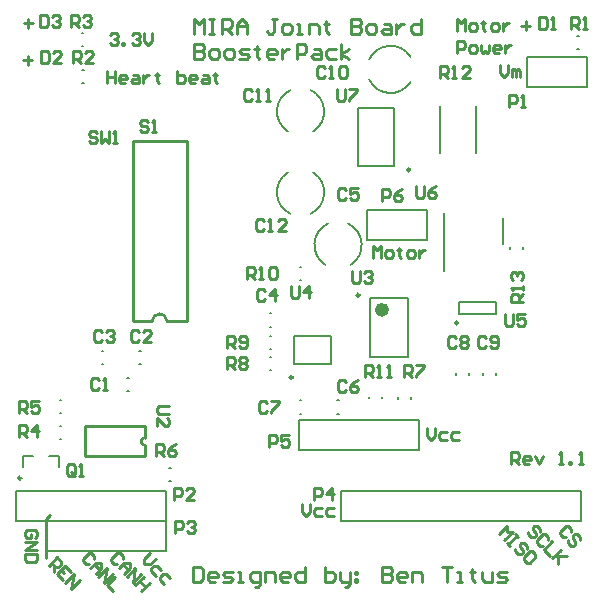
<source format=gto>
G04*
G04 #@! TF.GenerationSoftware,Altium Limited,Altium Designer,18.0.12 (696)*
G04*
G04 Layer_Color=65535*
%FSLAX25Y25*%
%MOIN*%
G70*
G01*
G75*
%ADD10C,0.00984*%
%ADD11C,0.01000*%
%ADD12C,0.00787*%
%ADD13C,0.02362*%
D10*
X251004Y200480D02*
G03*
X251004Y200480I-492J0D01*
G01*
X235016Y251555D02*
G03*
X235016Y251555I-492J0D01*
G01*
X105405Y148776D02*
G03*
X105405Y148776I-492J0D01*
G01*
X218158Y209748D02*
G03*
X218158Y209748I-492J0D01*
G01*
X195905Y182346D02*
G03*
X195905Y182346I-492J0D01*
G01*
D11*
X154000Y201000D02*
G03*
X149000Y201000I-2500J0D01*
G01*
X146637Y162250D02*
G03*
X146637Y159750I0J-1250D01*
G01*
X113500Y135049D02*
X114976Y136524D01*
X113500Y122000D02*
Y135049D01*
X154000Y201000D02*
X160500D01*
X142500D02*
X149000D01*
X142500D02*
Y261000D01*
X160500D01*
Y201000D02*
Y261000D01*
X106000Y288000D02*
X109000D01*
X107500Y286500D02*
Y289500D01*
X273500Y298000D02*
Y301000D01*
X272000Y299500D02*
X275000D01*
X107750Y298900D02*
Y301900D01*
X106250Y300400D02*
X109250D01*
X126637Y166000D02*
X146637D01*
X126637Y156000D02*
Y166000D01*
Y156000D02*
X146637D01*
Y159750D01*
Y162250D02*
Y166000D01*
X162500Y119165D02*
Y114166D01*
X164999D01*
X165832Y114999D01*
Y118331D01*
X164999Y119165D01*
X162500D01*
X169998Y114166D02*
X168331D01*
X167498Y114999D01*
Y116665D01*
X168331Y117498D01*
X169998D01*
X170831Y116665D01*
Y115832D01*
X167498D01*
X172497Y114166D02*
X174996D01*
X175829Y114999D01*
X174996Y115832D01*
X173330D01*
X172497Y116665D01*
X173330Y117498D01*
X175829D01*
X177495Y114166D02*
X179161D01*
X178328D01*
Y117498D01*
X177495D01*
X183327Y112500D02*
X184160D01*
X184993Y113333D01*
Y117498D01*
X182493D01*
X181660Y116665D01*
Y114999D01*
X182493Y114166D01*
X184993D01*
X186659D02*
Y117498D01*
X189158D01*
X189991Y116665D01*
Y114166D01*
X194156D02*
X192490D01*
X191657Y114999D01*
Y116665D01*
X192490Y117498D01*
X194156D01*
X194990Y116665D01*
Y115832D01*
X191657D01*
X199988Y119165D02*
Y114166D01*
X197489D01*
X196656Y114999D01*
Y116665D01*
X197489Y117498D01*
X199988D01*
X206652Y119165D02*
Y114166D01*
X209152D01*
X209985Y114999D01*
Y115832D01*
Y116665D01*
X209152Y117498D01*
X206652D01*
X211651D02*
Y114999D01*
X212484Y114166D01*
X214983D01*
Y113333D01*
X214150Y112500D01*
X213317D01*
X214983Y114166D02*
Y117498D01*
X216649D02*
X217482D01*
Y116665D01*
X216649D01*
Y117498D01*
Y114999D02*
X217482D01*
Y114166D01*
X216649D01*
Y114999D01*
X225813Y119165D02*
Y114166D01*
X228312D01*
X229145Y114999D01*
Y115832D01*
X228312Y116665D01*
X225813D01*
X228312D01*
X229145Y117498D01*
Y118331D01*
X228312Y119165D01*
X225813D01*
X233310Y114166D02*
X231644D01*
X230811Y114999D01*
Y116665D01*
X231644Y117498D01*
X233310D01*
X234143Y116665D01*
Y115832D01*
X230811D01*
X235810Y114166D02*
Y117498D01*
X238309D01*
X239142Y116665D01*
Y114166D01*
X245806Y119165D02*
X249139D01*
X247473D01*
Y114166D01*
X250805D02*
X252471D01*
X251638D01*
Y117498D01*
X250805D01*
X255803Y118331D02*
Y117498D01*
X254970D01*
X256636D01*
X255803D01*
Y114999D01*
X256636Y114166D01*
X259135Y117498D02*
Y114999D01*
X259968Y114166D01*
X262468D01*
Y117498D01*
X264134Y114166D02*
X266633D01*
X267466Y114999D01*
X266633Y115832D01*
X264967D01*
X264134Y116665D01*
X264967Y117498D01*
X267466D01*
X250500Y297698D02*
Y301697D01*
X251833Y300364D01*
X253166Y301697D01*
Y297698D01*
X255165D02*
X256498D01*
X257165Y298365D01*
Y299698D01*
X256498Y300364D01*
X255165D01*
X254499Y299698D01*
Y298365D01*
X255165Y297698D01*
X259164Y301031D02*
Y300364D01*
X258497D01*
X259830D01*
X259164D01*
Y298365D01*
X259830Y297698D01*
X262496D02*
X263829D01*
X264495Y298365D01*
Y299698D01*
X263829Y300364D01*
X262496D01*
X261830Y299698D01*
Y298365D01*
X262496Y297698D01*
X265828Y300364D02*
Y297698D01*
Y299031D01*
X266495Y299698D01*
X267161Y300364D01*
X267828D01*
X250500Y290500D02*
Y294499D01*
X252499D01*
X253166Y293832D01*
Y292499D01*
X252499Y291833D01*
X250500D01*
X255165Y290500D02*
X256498D01*
X257165Y291166D01*
Y292499D01*
X256498Y293166D01*
X255165D01*
X254499Y292499D01*
Y291166D01*
X255165Y290500D01*
X258497Y293166D02*
Y291166D01*
X259164Y290500D01*
X259830Y291166D01*
X260497Y290500D01*
X261163Y291166D01*
Y293166D01*
X264495Y290500D02*
X263163D01*
X262496Y291166D01*
Y292499D01*
X263163Y293166D01*
X264495D01*
X265162Y292499D01*
Y291833D01*
X262496D01*
X266495Y293166D02*
Y290500D01*
Y291833D01*
X267161Y292499D01*
X267828Y293166D01*
X268494D01*
X163000Y296898D02*
Y301896D01*
X164666Y300230D01*
X166332Y301896D01*
Y296898D01*
X167998Y301896D02*
X169665D01*
X168831D01*
Y296898D01*
X167998D01*
X169665D01*
X172164D02*
Y301896D01*
X174663D01*
X175496Y301063D01*
Y299397D01*
X174663Y298564D01*
X172164D01*
X173830D02*
X175496Y296898D01*
X177162D02*
Y300230D01*
X178828Y301896D01*
X180494Y300230D01*
Y296898D01*
Y299397D01*
X177162D01*
X190491Y301896D02*
X188825D01*
X189658D01*
Y297731D01*
X188825Y296898D01*
X187992D01*
X187159Y297731D01*
X192990Y296898D02*
X194656D01*
X195490Y297731D01*
Y299397D01*
X194656Y300230D01*
X192990D01*
X192157Y299397D01*
Y297731D01*
X192990Y296898D01*
X197156D02*
X198822D01*
X197989D01*
Y300230D01*
X197156D01*
X201321Y296898D02*
Y300230D01*
X203820D01*
X204653Y299397D01*
Y296898D01*
X207152Y301063D02*
Y300230D01*
X206319D01*
X207985D01*
X207152D01*
Y297731D01*
X207985Y296898D01*
X215483Y301896D02*
Y296898D01*
X217982D01*
X218815Y297731D01*
Y298564D01*
X217982Y299397D01*
X215483D01*
X217982D01*
X218815Y300230D01*
Y301063D01*
X217982Y301896D01*
X215483D01*
X221314Y296898D02*
X222981D01*
X223814Y297731D01*
Y299397D01*
X222981Y300230D01*
X221314D01*
X220481Y299397D01*
Y297731D01*
X221314Y296898D01*
X226313Y300230D02*
X227979D01*
X228812Y299397D01*
Y296898D01*
X226313D01*
X225480Y297731D01*
X226313Y298564D01*
X228812D01*
X230478Y300230D02*
Y296898D01*
Y298564D01*
X231311Y299397D01*
X232144Y300230D01*
X232977D01*
X238809Y301896D02*
Y296898D01*
X236310D01*
X235476Y297731D01*
Y299397D01*
X236310Y300230D01*
X238809D01*
X163000Y293498D02*
Y288500D01*
X165499D01*
X166332Y289333D01*
Y290166D01*
X165499Y290999D01*
X163000D01*
X165499D01*
X166332Y291832D01*
Y292665D01*
X165499Y293498D01*
X163000D01*
X168831Y288500D02*
X170498D01*
X171331Y289333D01*
Y290999D01*
X170498Y291832D01*
X168831D01*
X167998Y290999D01*
Y289333D01*
X168831Y288500D01*
X173830D02*
X175496D01*
X176329Y289333D01*
Y290999D01*
X175496Y291832D01*
X173830D01*
X172997Y290999D01*
Y289333D01*
X173830Y288500D01*
X177995D02*
X180494D01*
X181327Y289333D01*
X180494Y290166D01*
X178828D01*
X177995Y290999D01*
X178828Y291832D01*
X181327D01*
X183827Y292665D02*
Y291832D01*
X182993D01*
X184660D01*
X183827D01*
Y289333D01*
X184660Y288500D01*
X189658D02*
X187992D01*
X187159Y289333D01*
Y290999D01*
X187992Y291832D01*
X189658D01*
X190491Y290999D01*
Y290166D01*
X187159D01*
X192157Y291832D02*
Y288500D01*
Y290166D01*
X192990Y290999D01*
X193823Y291832D01*
X194656D01*
X197156Y288500D02*
Y293498D01*
X199655D01*
X200488Y292665D01*
Y290999D01*
X199655Y290166D01*
X197156D01*
X202987Y291832D02*
X204653D01*
X205486Y290999D01*
Y288500D01*
X202987D01*
X202154Y289333D01*
X202987Y290166D01*
X205486D01*
X210485Y291832D02*
X207985D01*
X207152Y290999D01*
Y289333D01*
X207985Y288500D01*
X210485D01*
X212151D02*
Y293498D01*
Y290166D02*
X214650Y291832D01*
X212151Y290166D02*
X214650Y288500D01*
X134000Y284499D02*
Y280500D01*
Y282499D01*
X136666D01*
Y284499D01*
Y280500D01*
X139998D02*
X138665D01*
X137999Y281166D01*
Y282499D01*
X138665Y283166D01*
X139998D01*
X140665Y282499D01*
Y281833D01*
X137999D01*
X142664Y283166D02*
X143997D01*
X144663Y282499D01*
Y280500D01*
X142664D01*
X141997Y281166D01*
X142664Y281833D01*
X144663D01*
X145996Y283166D02*
Y280500D01*
Y281833D01*
X146663Y282499D01*
X147329Y283166D01*
X147995D01*
X150661Y283832D02*
Y283166D01*
X149995D01*
X151328D01*
X150661D01*
Y281166D01*
X151328Y280500D01*
X157326Y284499D02*
Y280500D01*
X159325D01*
X159992Y281166D01*
Y281833D01*
Y282499D01*
X159325Y283166D01*
X157326D01*
X163324Y280500D02*
X161991D01*
X161325Y281166D01*
Y282499D01*
X161991Y283166D01*
X163324D01*
X163990Y282499D01*
Y281833D01*
X161325D01*
X165990Y283166D02*
X167323D01*
X167989Y282499D01*
Y280500D01*
X165990D01*
X165323Y281166D01*
X165990Y281833D01*
X167989D01*
X169988Y283832D02*
Y283166D01*
X169322D01*
X170655D01*
X169988D01*
Y281166D01*
X170655Y280500D01*
X268500Y153500D02*
Y157499D01*
X270499D01*
X271166Y156832D01*
Y155499D01*
X270499Y154833D01*
X268500D01*
X269833D02*
X271166Y153500D01*
X274498D02*
X273165D01*
X272499Y154166D01*
Y155499D01*
X273165Y156166D01*
X274498D01*
X275165Y155499D01*
Y154833D01*
X272499D01*
X276497Y156166D02*
X277830Y153500D01*
X279163Y156166D01*
X284495Y153500D02*
X285828D01*
X285161D01*
Y157499D01*
X284495Y156832D01*
X287827Y153500D02*
Y154166D01*
X288494D01*
Y153500D01*
X287827D01*
X291159D02*
X292492D01*
X291826D01*
Y157499D01*
X291159Y156832D01*
X222500Y222000D02*
Y225999D01*
X223833Y224666D01*
X225166Y225999D01*
Y222000D01*
X227165D02*
X228498D01*
X229165Y222666D01*
Y223999D01*
X228498Y224666D01*
X227165D01*
X226499Y223999D01*
Y222666D01*
X227165Y222000D01*
X231164Y225332D02*
Y224666D01*
X230497D01*
X231830D01*
X231164D01*
Y222666D01*
X231830Y222000D01*
X234496D02*
X235829D01*
X236495Y222666D01*
Y223999D01*
X235829Y224666D01*
X234496D01*
X233830Y223999D01*
Y222666D01*
X234496Y222000D01*
X237828Y224666D02*
Y222000D01*
Y223333D01*
X238495Y223999D01*
X239161Y224666D01*
X239828D01*
X266500Y203499D02*
Y200167D01*
X267166Y199500D01*
X268499D01*
X269166Y200167D01*
Y203499D01*
X273165D02*
X270499D01*
Y201499D01*
X271832Y202166D01*
X272498D01*
X273165Y201499D01*
Y200167D01*
X272498Y199500D01*
X271165D01*
X270499Y200167D01*
X265000Y286499D02*
Y283833D01*
X266333Y282500D01*
X267666Y283833D01*
Y286499D01*
X268999Y282500D02*
Y285166D01*
X269665D01*
X270332Y284499D01*
Y282500D01*
Y284499D01*
X270998Y285166D01*
X271665Y284499D01*
Y282500D01*
X237000Y245999D02*
Y242666D01*
X237666Y242000D01*
X238999D01*
X239666Y242666D01*
Y245999D01*
X243665D02*
X242332Y245332D01*
X240999Y243999D01*
Y242666D01*
X241665Y242000D01*
X242998D01*
X243665Y242666D01*
Y243333D01*
X242998Y243999D01*
X240999D01*
X156500Y130500D02*
Y134499D01*
X158499D01*
X159166Y133832D01*
Y132499D01*
X158499Y131833D01*
X156500D01*
X160499Y133832D02*
X161165Y134499D01*
X162498D01*
X163164Y133832D01*
Y133166D01*
X162498Y132499D01*
X161832D01*
X162498D01*
X163164Y131833D01*
Y131167D01*
X162498Y130500D01*
X161165D01*
X160499Y131167D01*
X109832Y128834D02*
X110499Y129501D01*
Y130833D01*
X109832Y131500D01*
X107167D01*
X106500Y130833D01*
Y129501D01*
X107167Y128834D01*
X108499D01*
Y130167D01*
X106500Y127501D02*
X110499D01*
X106500Y124836D01*
X110499D01*
Y123503D02*
X106500D01*
Y121503D01*
X107167Y120837D01*
X109832D01*
X110499Y121503D01*
Y123503D01*
X114500Y119500D02*
X117327Y122327D01*
X118741Y120914D01*
Y119971D01*
X117799Y119029D01*
X116856D01*
X115443Y120442D01*
X116385Y119500D02*
Y117615D01*
X122040D02*
X120155Y119500D01*
X117327Y116673D01*
X119212Y114787D01*
X118741Y118086D02*
X119684Y117144D01*
X120155Y113845D02*
X122983Y116673D01*
X122040Y111960D01*
X124868Y114787D01*
X264500Y130000D02*
X267327Y132827D01*
Y130942D01*
X269213Y130942D01*
X266385Y128115D01*
X270155Y130000D02*
X271097Y129058D01*
X270626Y129529D01*
X267799Y126701D01*
X267327Y127173D01*
X268270Y126230D01*
X273925Y125287D02*
Y126230D01*
X272983Y127173D01*
X272040D01*
X271569Y126701D01*
Y125759D01*
X272511Y124816D01*
Y123874D01*
X272040Y123403D01*
X271097D01*
X270155Y124345D01*
Y125287D01*
X276753Y123403D02*
X275810Y124345D01*
X274868D01*
X272983Y122460D01*
Y121518D01*
X273925Y120575D01*
X274868D01*
X276753Y122460D01*
Y123403D01*
X278241Y130971D02*
Y131914D01*
X277299Y132856D01*
X276356D01*
X275885Y132385D01*
Y131442D01*
X276828Y130500D01*
Y129558D01*
X276356Y129086D01*
X275414D01*
X274471Y130029D01*
Y130971D01*
X281069Y128144D02*
Y129086D01*
X280126Y130029D01*
X279184D01*
X277299Y128144D01*
Y127201D01*
X278241Y126259D01*
X279184D01*
X282483Y127673D02*
X279655Y124845D01*
X281540Y122960D01*
X285310Y124845D02*
X282483Y122018D01*
X283425Y122960D01*
X287195D01*
X284367D01*
Y120132D01*
X288741Y130971D02*
Y131914D01*
X287799Y132856D01*
X286856D01*
X284971Y130971D01*
Y130029D01*
X285914Y129086D01*
X286856D01*
X291569Y128144D02*
Y129086D01*
X290626Y130029D01*
X289684D01*
X289212Y129558D01*
Y128615D01*
X290155Y127673D01*
Y126730D01*
X289684Y126259D01*
X288741D01*
X287799Y127201D01*
Y128144D01*
X148328Y123828D02*
X146442Y121942D01*
Y120057D01*
X148328D01*
X150213Y121942D01*
X152097Y118173D02*
X150684Y119586D01*
X149741D01*
X148799Y118644D01*
Y117701D01*
X150213Y116288D01*
X154925Y115345D02*
X153511Y116759D01*
X152569D01*
X151626Y115816D01*
Y114874D01*
X153040Y113460D01*
X139241Y121971D02*
Y122914D01*
X138299Y123856D01*
X137356D01*
X135471Y121971D01*
Y121029D01*
X136414Y120086D01*
X137356D01*
X137828Y118673D02*
X139713Y120557D01*
X141597Y120557D01*
Y118673D01*
X139713Y116788D01*
X141126Y118201D01*
X139241Y120086D01*
X140655Y115845D02*
X143482Y118673D01*
X142540Y113960D01*
X145368Y116788D01*
X146310Y115845D02*
X143482Y113017D01*
X144896Y114431D01*
X146781Y112546D01*
X148195Y113960D01*
X145368Y111132D01*
X129741Y121971D02*
Y122914D01*
X128799Y123856D01*
X127856D01*
X125971Y121971D01*
Y121029D01*
X126914Y120086D01*
X127856D01*
X128328Y118673D02*
X130212Y120557D01*
X132097Y120557D01*
Y118673D01*
X130212Y116788D01*
X131626Y118201D01*
X129741Y120086D01*
X131155Y115845D02*
X133983Y118673D01*
X133040Y113960D01*
X135868Y116788D01*
X136810Y115845D02*
X133983Y113017D01*
X135868Y111132D01*
X130666Y263832D02*
X129999Y264499D01*
X128666D01*
X128000Y263832D01*
Y263166D01*
X128666Y262499D01*
X129999D01*
X130666Y261833D01*
Y261166D01*
X129999Y260500D01*
X128666D01*
X128000Y261166D01*
X131999Y264499D02*
Y260500D01*
X133332Y261833D01*
X134664Y260500D01*
Y264499D01*
X135997Y260500D02*
X137330D01*
X136664D01*
Y264499D01*
X135997Y263832D01*
X240500Y165499D02*
Y162833D01*
X241833Y161500D01*
X243166Y162833D01*
Y165499D01*
X247165Y164166D02*
X245165D01*
X244499Y163499D01*
Y162167D01*
X245165Y161500D01*
X247165D01*
X251163Y164166D02*
X249164D01*
X248497Y163499D01*
Y162167D01*
X249164Y161500D01*
X251163D01*
X199000Y139999D02*
Y137333D01*
X200333Y136000D01*
X201666Y137333D01*
Y139999D01*
X205664Y138666D02*
X203665D01*
X202999Y137999D01*
Y136667D01*
X203665Y136000D01*
X205664D01*
X209663Y138666D02*
X207664D01*
X206997Y137999D01*
Y136667D01*
X207664Y136000D01*
X209663D01*
X135000Y296332D02*
X135667Y296999D01*
X136999D01*
X137666Y296332D01*
Y295666D01*
X136999Y294999D01*
X136333D01*
X136999D01*
X137666Y294333D01*
Y293666D01*
X136999Y293000D01*
X135667D01*
X135000Y293666D01*
X138999Y293000D02*
Y293666D01*
X139665D01*
Y293000D01*
X138999D01*
X142331Y296332D02*
X142997Y296999D01*
X144330D01*
X144997Y296332D01*
Y295666D01*
X144330Y294999D01*
X143664D01*
X144330D01*
X144997Y294333D01*
Y293666D01*
X144330Y293000D01*
X142997D01*
X142331Y293666D01*
X146330Y296999D02*
Y294333D01*
X147663Y293000D01*
X148995Y294333D01*
Y296999D01*
X182166Y277832D02*
X181499Y278499D01*
X180166D01*
X179500Y277832D01*
Y275166D01*
X180166Y274500D01*
X181499D01*
X182166Y275166D01*
X183499Y274500D02*
X184832D01*
X184165D01*
Y278499D01*
X183499Y277832D01*
X186831Y274500D02*
X188164D01*
X187497D01*
Y278499D01*
X186831Y277832D01*
X210500Y278499D02*
Y275166D01*
X211166Y274500D01*
X212499D01*
X213166Y275166D01*
Y278499D01*
X214499D02*
X217164D01*
Y277832D01*
X214499Y275166D01*
Y274500D01*
X195300Y212799D02*
Y209466D01*
X195966Y208800D01*
X197299D01*
X197966Y209466D01*
Y212799D01*
X201298Y208800D02*
Y212799D01*
X199299Y210799D01*
X201964D01*
X215700Y217699D02*
Y214366D01*
X216366Y213700D01*
X217699D01*
X218366Y214366D01*
Y217699D01*
X219699Y217032D02*
X220365Y217699D01*
X221698D01*
X222364Y217032D01*
Y216366D01*
X221698Y215699D01*
X221032D01*
X221698D01*
X222364Y215033D01*
Y214366D01*
X221698Y213700D01*
X220365D01*
X219699Y214366D01*
X154786Y172710D02*
X151454D01*
X150787Y172044D01*
Y170711D01*
X151454Y170044D01*
X154786D01*
X150787Y166046D02*
Y168711D01*
X153453Y166046D01*
X154120D01*
X154786Y166712D01*
Y168045D01*
X154120Y168711D01*
X147666Y267332D02*
X146999Y267999D01*
X145667D01*
X145000Y267332D01*
Y266666D01*
X145667Y265999D01*
X146999D01*
X147666Y265333D01*
Y264666D01*
X146999Y264000D01*
X145667D01*
X145000Y264666D01*
X148999Y264000D02*
X150332D01*
X149665D01*
Y267999D01*
X148999Y267332D01*
X272500Y207500D02*
X268501D01*
Y209499D01*
X269168Y210166D01*
X270501D01*
X271167Y209499D01*
Y207500D01*
Y208833D02*
X272500Y210166D01*
Y211499D02*
Y212832D01*
Y212165D01*
X268501D01*
X269168Y211499D01*
Y214831D02*
X268501Y215497D01*
Y216830D01*
X269168Y217497D01*
X269834D01*
X270501Y216830D01*
Y216164D01*
Y216830D01*
X271167Y217497D01*
X271834D01*
X272500Y216830D01*
Y215497D01*
X271834Y214831D01*
X245000Y282100D02*
Y286099D01*
X246999D01*
X247666Y285432D01*
Y284099D01*
X246999Y283433D01*
X245000D01*
X246333D02*
X247666Y282100D01*
X248999D02*
X250332D01*
X249665D01*
Y286099D01*
X248999Y285432D01*
X254997Y282100D02*
X252331D01*
X254997Y284766D01*
Y285432D01*
X254330Y286099D01*
X252997D01*
X252331Y285432D01*
X220000Y182500D02*
Y186499D01*
X221999D01*
X222666Y185832D01*
Y184499D01*
X221999Y183833D01*
X220000D01*
X221333D02*
X222666Y182500D01*
X223999D02*
X225332D01*
X224665D01*
Y186499D01*
X223999Y185832D01*
X227331Y182500D02*
X228664D01*
X227997D01*
Y186499D01*
X227331Y185832D01*
X180500Y215000D02*
Y218999D01*
X182499D01*
X183166Y218332D01*
Y216999D01*
X182499Y216333D01*
X180500D01*
X181833D02*
X183166Y215000D01*
X184499D02*
X185832D01*
X185165D01*
Y218999D01*
X184499Y218332D01*
X187831D02*
X188497Y218999D01*
X189830D01*
X190497Y218332D01*
Y215666D01*
X189830Y215000D01*
X188497D01*
X187831Y215666D01*
Y218332D01*
X174000Y192000D02*
Y195999D01*
X175999D01*
X176666Y195332D01*
Y193999D01*
X175999Y193333D01*
X174000D01*
X175333D02*
X176666Y192000D01*
X177999Y192666D02*
X178665Y192000D01*
X179998D01*
X180665Y192666D01*
Y195332D01*
X179998Y195999D01*
X178665D01*
X177999Y195332D01*
Y194666D01*
X178665Y193999D01*
X180665D01*
X174000Y185000D02*
Y188999D01*
X175999D01*
X176666Y188332D01*
Y186999D01*
X175999Y186333D01*
X174000D01*
X175333D02*
X176666Y185000D01*
X177999Y188332D02*
X178665Y188999D01*
X179998D01*
X180665Y188332D01*
Y187666D01*
X179998Y186999D01*
X180665Y186333D01*
Y185667D01*
X179998Y185000D01*
X178665D01*
X177999Y185667D01*
Y186333D01*
X178665Y186999D01*
X177999Y187666D01*
Y188332D01*
X178665Y186999D02*
X179998D01*
X233000Y182500D02*
Y186499D01*
X234999D01*
X235666Y185832D01*
Y184499D01*
X234999Y183833D01*
X233000D01*
X234333D02*
X235666Y182500D01*
X236999Y186499D02*
X239665D01*
Y185832D01*
X236999Y183167D01*
Y182500D01*
X150400Y156100D02*
Y160099D01*
X152399D01*
X153066Y159432D01*
Y158099D01*
X152399Y157433D01*
X150400D01*
X151733D02*
X153066Y156100D01*
X157064Y160099D02*
X155732Y159432D01*
X154399Y158099D01*
Y156766D01*
X155065Y156100D01*
X156398D01*
X157064Y156766D01*
Y157433D01*
X156398Y158099D01*
X154399D01*
X104500Y170500D02*
Y174499D01*
X106499D01*
X107166Y173832D01*
Y172499D01*
X106499Y171833D01*
X104500D01*
X105833D02*
X107166Y170500D01*
X111164Y174499D02*
X108499D01*
Y172499D01*
X109832Y173166D01*
X110498D01*
X111164Y172499D01*
Y171167D01*
X110498Y170500D01*
X109165D01*
X108499Y171167D01*
X104500Y162500D02*
Y166499D01*
X106499D01*
X107166Y165832D01*
Y164499D01*
X106499Y163833D01*
X104500D01*
X105833D02*
X107166Y162500D01*
X110498D02*
Y166499D01*
X108499Y164499D01*
X111164D01*
X122000Y299000D02*
Y302999D01*
X123999D01*
X124666Y302332D01*
Y300999D01*
X123999Y300333D01*
X122000D01*
X123333D02*
X124666Y299000D01*
X125999Y302332D02*
X126665Y302999D01*
X127998D01*
X128665Y302332D01*
Y301666D01*
X127998Y300999D01*
X127332D01*
X127998D01*
X128665Y300333D01*
Y299666D01*
X127998Y299000D01*
X126665D01*
X125999Y299666D01*
X122500Y287000D02*
Y290999D01*
X124499D01*
X125166Y290332D01*
Y288999D01*
X124499Y288333D01*
X122500D01*
X123833D02*
X125166Y287000D01*
X129165D02*
X126499D01*
X129165Y289666D01*
Y290332D01*
X128498Y290999D01*
X127165D01*
X126499Y290332D01*
X288500Y298500D02*
Y302499D01*
X290499D01*
X291166Y301832D01*
Y300499D01*
X290499Y299833D01*
X288500D01*
X289833D02*
X291166Y298500D01*
X292499D02*
X293832D01*
X293165D01*
Y302499D01*
X292499Y301832D01*
X123166Y150166D02*
Y152832D01*
X122499Y153499D01*
X121167D01*
X120500Y152832D01*
Y150166D01*
X121167Y149500D01*
X122499D01*
X121833Y150833D02*
X123166Y149500D01*
X122499D02*
X123166Y150166D01*
X124499Y149500D02*
X125832D01*
X125165D01*
Y153499D01*
X124499Y152832D01*
X225500Y241000D02*
Y244999D01*
X227499D01*
X228166Y244332D01*
Y242999D01*
X227499Y242333D01*
X225500D01*
X232165Y244999D02*
X230832Y244332D01*
X229499Y242999D01*
Y241666D01*
X230165Y241000D01*
X231498D01*
X232165Y241666D01*
Y242333D01*
X231498Y242999D01*
X229499D01*
X188000Y159000D02*
Y162999D01*
X189999D01*
X190666Y162332D01*
Y160999D01*
X189999Y160333D01*
X188000D01*
X194665Y162999D02*
X191999D01*
Y160999D01*
X193332Y161666D01*
X193998D01*
X194665Y160999D01*
Y159667D01*
X193998Y159000D01*
X192665D01*
X191999Y159667D01*
X203000Y141500D02*
Y145499D01*
X204999D01*
X205666Y144832D01*
Y143499D01*
X204999Y142833D01*
X203000D01*
X208998Y141500D02*
Y145499D01*
X206999Y143499D01*
X209665D01*
X156256Y141500D02*
Y145499D01*
X158256D01*
X158922Y144832D01*
Y143499D01*
X158256Y142833D01*
X156256D01*
X162921Y141500D02*
X160255D01*
X162921Y144166D01*
Y144832D01*
X162254Y145499D01*
X160922D01*
X160255Y144832D01*
X268000Y272500D02*
Y276499D01*
X269999D01*
X270666Y275832D01*
Y274499D01*
X269999Y273833D01*
X268000D01*
X271999Y272500D02*
X273332D01*
X272665D01*
Y276499D01*
X271999Y275832D01*
X111500Y302999D02*
Y299000D01*
X113499D01*
X114166Y299666D01*
Y302332D01*
X113499Y302999D01*
X111500D01*
X115499Y302332D02*
X116165Y302999D01*
X117498D01*
X118165Y302332D01*
Y301666D01*
X117498Y300999D01*
X116832D01*
X117498D01*
X118165Y300333D01*
Y299666D01*
X117498Y299000D01*
X116165D01*
X115499Y299666D01*
X112000Y290999D02*
Y287000D01*
X113999D01*
X114666Y287666D01*
Y290332D01*
X113999Y290999D01*
X112000D01*
X118665Y287000D02*
X115999D01*
X118665Y289666D01*
Y290332D01*
X117998Y290999D01*
X116665D01*
X115999Y290332D01*
X278000Y302499D02*
Y298500D01*
X279999D01*
X280666Y299166D01*
Y301832D01*
X279999Y302499D01*
X278000D01*
X281999Y298500D02*
X283332D01*
X282665D01*
Y302499D01*
X281999Y301832D01*
X186166Y234332D02*
X185499Y234999D01*
X184167D01*
X183500Y234332D01*
Y231666D01*
X184167Y231000D01*
X185499D01*
X186166Y231666D01*
X187499Y231000D02*
X188832D01*
X188165D01*
Y234999D01*
X187499Y234332D01*
X193497Y231000D02*
X190831D01*
X193497Y233666D01*
Y234332D01*
X192830Y234999D01*
X191497D01*
X190831Y234332D01*
X206666Y285332D02*
X205999Y285999D01*
X204666D01*
X204000Y285332D01*
Y282666D01*
X204666Y282000D01*
X205999D01*
X206666Y282666D01*
X207999Y282000D02*
X209332D01*
X208665D01*
Y285999D01*
X207999Y285332D01*
X211331D02*
X211997Y285999D01*
X213330D01*
X213997Y285332D01*
Y282666D01*
X213330Y282000D01*
X211997D01*
X211331Y282666D01*
Y285332D01*
X260166Y195332D02*
X259499Y195999D01*
X258166D01*
X257500Y195332D01*
Y192666D01*
X258166Y192000D01*
X259499D01*
X260166Y192666D01*
X261499D02*
X262165Y192000D01*
X263498D01*
X264164Y192666D01*
Y195332D01*
X263498Y195999D01*
X262165D01*
X261499Y195332D01*
Y194666D01*
X262165Y193999D01*
X264164D01*
X250166Y195332D02*
X249499Y195999D01*
X248166D01*
X247500Y195332D01*
Y192666D01*
X248166Y192000D01*
X249499D01*
X250166Y192666D01*
X251499Y195332D02*
X252165Y195999D01*
X253498D01*
X254165Y195332D01*
Y194666D01*
X253498Y193999D01*
X254165Y193333D01*
Y192666D01*
X253498Y192000D01*
X252165D01*
X251499Y192666D01*
Y193333D01*
X252165Y193999D01*
X251499Y194666D01*
Y195332D01*
X252165Y193999D02*
X253498D01*
X187166Y173832D02*
X186499Y174499D01*
X185167D01*
X184500Y173832D01*
Y171167D01*
X185167Y170500D01*
X186499D01*
X187166Y171167D01*
X188499Y174499D02*
X191165D01*
Y173832D01*
X188499Y171167D01*
Y170500D01*
X213666Y180832D02*
X212999Y181499D01*
X211666D01*
X211000Y180832D01*
Y178166D01*
X211666Y177500D01*
X212999D01*
X213666Y178166D01*
X217665Y181499D02*
X216332Y180832D01*
X214999Y179499D01*
Y178166D01*
X215665Y177500D01*
X216998D01*
X217665Y178166D01*
Y178833D01*
X216998Y179499D01*
X214999D01*
X213666Y244832D02*
X212999Y245499D01*
X211666D01*
X211000Y244832D01*
Y242166D01*
X211666Y241500D01*
X212999D01*
X213666Y242166D01*
X217665Y245499D02*
X214999D01*
Y243499D01*
X216332Y244166D01*
X216998D01*
X217665Y243499D01*
Y242166D01*
X216998Y241500D01*
X215665D01*
X214999Y242166D01*
X186566Y211032D02*
X185899Y211699D01*
X184566D01*
X183900Y211032D01*
Y208366D01*
X184566Y207700D01*
X185899D01*
X186566Y208366D01*
X189898Y207700D02*
Y211699D01*
X187899Y209699D01*
X190565D01*
X132166Y197332D02*
X131499Y197999D01*
X130166D01*
X129500Y197332D01*
Y194667D01*
X130166Y194000D01*
X131499D01*
X132166Y194667D01*
X133499Y197332D02*
X134165Y197999D01*
X135498D01*
X136164Y197332D01*
Y196666D01*
X135498Y195999D01*
X134832D01*
X135498D01*
X136164Y195333D01*
Y194667D01*
X135498Y194000D01*
X134165D01*
X133499Y194667D01*
X144666Y197332D02*
X143999Y197999D01*
X142666D01*
X142000Y197332D01*
Y194667D01*
X142666Y194000D01*
X143999D01*
X144666Y194667D01*
X148664Y194000D02*
X145999D01*
X148664Y196666D01*
Y197332D01*
X147998Y197999D01*
X146665D01*
X145999Y197332D01*
X131166Y181332D02*
X130499Y181999D01*
X129166D01*
X128500Y181332D01*
Y178666D01*
X129166Y178000D01*
X130499D01*
X131166Y178666D01*
X132499Y178000D02*
X133832D01*
X133165D01*
Y181999D01*
X132499Y181332D01*
D12*
X215232Y219860D02*
G03*
X214274Y233661I-4232J6640D01*
G01*
X207726D02*
G03*
X206768Y219860I3274J-7161D01*
G01*
X235140Y289232D02*
G03*
X221339Y288274I-6640J-4232D01*
G01*
Y281726D02*
G03*
X235140Y280768I7161J3274D01*
G01*
X202732Y264360D02*
G03*
X201774Y278161I-4232J6640D01*
G01*
X195226D02*
G03*
X194268Y264360I3274J-7161D01*
G01*
X194268Y250640D02*
G03*
X195226Y236839I4232J-6640D01*
G01*
X201774D02*
G03*
X202732Y250640I-3274J7161D01*
G01*
X251398Y203532D02*
Y207469D01*
X263602Y203532D02*
Y207469D01*
X251398Y203532D02*
X263602D01*
X251398Y207469D02*
X263602D01*
X246342Y217705D02*
Y237004D01*
X266067Y226965D02*
Y235429D01*
X153500Y124500D02*
Y134500D01*
X113500Y124500D02*
X153500D01*
X113500Y134500D02*
X153500D01*
X113500Y124500D02*
Y134500D01*
X153500D02*
Y144500D01*
X103500Y134500D02*
X153500D01*
X103500Y144500D02*
X153500D01*
X103500Y134500D02*
Y144500D01*
X217496Y252854D02*
X229504D01*
Y272146D01*
X217496Y252854D02*
Y272146D01*
X229504D01*
X212000Y144500D02*
X292000D01*
X212000Y134500D02*
Y144500D01*
Y134500D02*
X292000D01*
Y144500D01*
X125803Y284665D02*
X126197D01*
X125803Y280335D02*
X126197D01*
X290803Y296165D02*
X291197D01*
X290803Y291835D02*
X291197D01*
X274000Y289000D02*
X294000D01*
X274000Y279000D02*
Y289000D01*
Y279000D02*
X294000D01*
Y289000D01*
X263764Y183303D02*
Y183697D01*
X259236Y183303D02*
Y183697D01*
X254764Y183303D02*
Y183697D01*
X250236Y183303D02*
Y183697D01*
X272665Y225303D02*
Y225697D01*
X268335Y225303D02*
Y225697D01*
X220500Y228000D02*
X240500D01*
Y238000D01*
X220500D02*
X240500D01*
X220500Y228000D02*
Y238000D01*
X144803Y186736D02*
X145197D01*
X144803Y191264D02*
X145197D01*
X132303D02*
X132697D01*
X132303Y186736D02*
X132697D01*
X140803Y177736D02*
X141197D01*
X140803Y182264D02*
X141197D01*
X125553Y297065D02*
X125947D01*
X125553Y292735D02*
X125947D01*
X198303Y170236D02*
X198697D01*
X198303Y174764D02*
X198697D01*
X210803D02*
X211197D01*
X210803Y170236D02*
X211197D01*
X198000Y158000D02*
Y168000D01*
X238000D01*
X198000Y158000D02*
X238000D01*
Y168000D01*
X198303Y219165D02*
X198697D01*
X198303Y214835D02*
X198697D01*
X188303Y191835D02*
X188697D01*
X188303Y196165D02*
X188697D01*
X188303Y189165D02*
X188697D01*
X188303Y184835D02*
X188697D01*
X230835Y175303D02*
Y175697D01*
X235165Y175303D02*
Y175697D01*
X225665Y175457D02*
Y175850D01*
X221335Y175457D02*
Y175850D01*
X118303Y170335D02*
X118697D01*
X118303Y174665D02*
X118697D01*
X114756Y156256D02*
X117905D01*
Y152319D02*
Y156256D01*
X106095D02*
X109244D01*
X106095Y152319D02*
Y156256D01*
X118303Y161835D02*
X118697D01*
X118303Y166165D02*
X118697D01*
X244996Y257126D02*
Y272874D01*
X257004Y257126D02*
Y272874D01*
X221701Y189157D02*
X234299D01*
X221701Y208842D02*
X234299D01*
Y189157D02*
Y208842D01*
X221701Y189157D02*
Y208842D01*
X208602Y186972D02*
Y196028D01*
X196398Y186972D02*
Y196028D01*
X208602D01*
X196398Y186972D02*
X208602D01*
X188303Y203764D02*
X188697D01*
X188303Y199236D02*
X188697D01*
X154803Y147835D02*
X155197D01*
X154803Y152165D02*
X155197D01*
D13*
X226819Y204906D02*
G03*
X226819Y204906I-1181J0D01*
G01*
M02*

</source>
